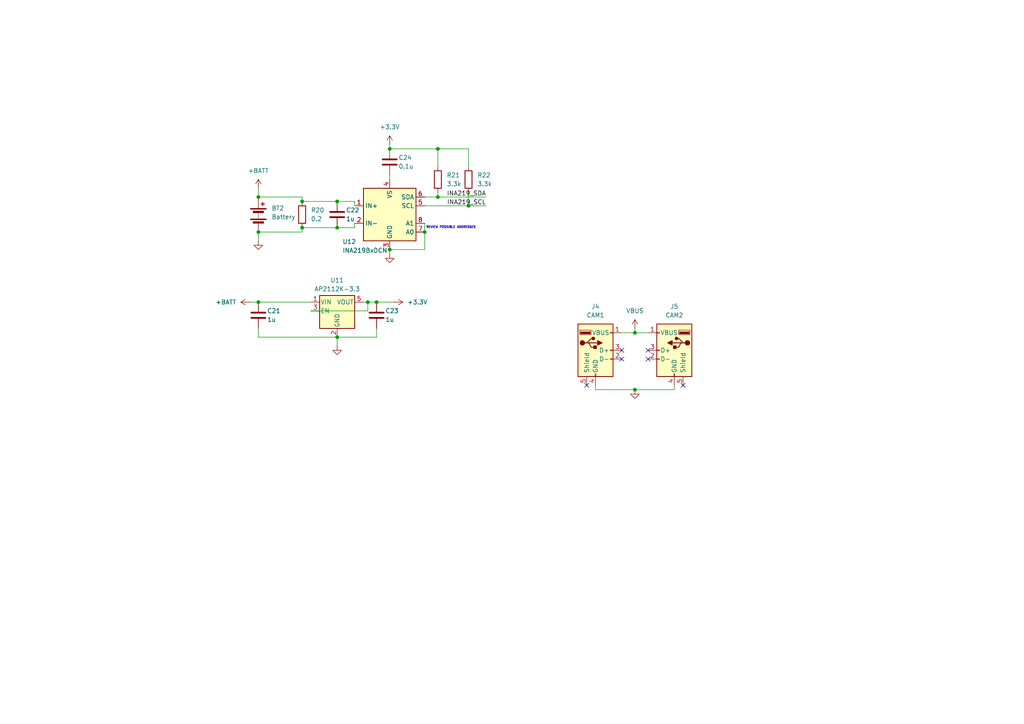
<source format=kicad_sch>
(kicad_sch (version 20250114) (generator "eeschema") (generator_version "9.0")
  (paper "A4")
  (lib_symbols
    (symbol "Connector:USB_A" (pin_names (offset 1.016))
      (property "Reference" "J" (at -5.08 11.43 0))
      (property "Value" "USB_A" (at -5.08 8.89 0))
      (symbol "USB_A_0_1"
        (rectangle (start -5.08 -7.62) (end 5.08 7.62) (stroke (width 0.254)) (fill (type background)))
        (circle (center -3.81 2.159) (radius 0.635) (stroke (width 0.254)) (fill (type outline)))
        (polyline (pts (xy -3.175 2.159) (xy -2.54 2.159) (xy -1.27 3.429) (xy -0.635 3.429)) (stroke (width 0.254)))
        (polyline (pts (xy -2.54 2.159) (xy -1.905 2.159) (xy -1.27 0.889) (xy 0 0.889)) (stroke (width 0.254)))
        (rectangle (start -1.524 4.826) (end -4.318 5.334) (fill (type outline)))
        (rectangle (start -1.27 4.572) (end -4.572 5.842))
        (circle (center -0.635 3.429) (radius 0.381) (stroke (width 0.254)) (fill (type outline)))
        (rectangle (start -0.127 -7.62) (end 0.127 -6.858))
        (rectangle (start 0.254 1.27) (end -0.508 0.508) (stroke (width 0.254)) (fill (type outline)))
        (polyline (pts (xy 0.635 2.794) (xy 0.635 1.524) (xy 1.905 2.159) (xy 0.635 2.794)) (stroke (width 0.254)) (fill (type outline)))
        (rectangle (start 5.08 4.953) (end 4.318 5.207))
        (rectangle (start 5.08 -0.127) (end 4.318 0.127))
        (rectangle (start 5.08 -2.667) (end 4.318 -2.413))
      )
      (symbol "USB_A_1_1"
        (polyline (pts (xy -1.905 2.159) (xy 0.635 2.159)) (stroke (width 0.254)))
        (pin passive line (at -2.54 -10.16 90) (length 2.54) (name "Shield") (number "5"))
        (pin power_in line (at 0 -10.16 90) (length 2.54) (name "GND") (number "4"))
        (pin power_in line (at 7.62 5.08 180) (length 2.54) (name "VBUS") (number "1"))
        (pin bidirectional line (at 7.62 0 180) (length 2.54) (name "D+") (number "3"))
        (pin bidirectional line (at 7.62 -2.54 180) (length 2.54) (name "D-") (number "2"))
      )
    )
    (symbol "Device:Battery" (pin_numbers (hide yes)) (pin_names (offset 0) (hide yes))
      (property "Reference" "BT" (at 2.54 2.54 0))
      (property "Value" "Battery" (at 2.54 0 0))
      (symbol "Battery_0_1"
        (rectangle (start -2.286 1.778) (end 2.286 1.524) (fill (type outline)))
        (rectangle (start -2.286 -1.27) (end 2.286 -1.524) (fill (type outline)))
        (rectangle (start -1.524 1.016) (end 1.524 0.508) (fill (type outline)))
        (rectangle (start -1.524 -2.032) (end 1.524 -2.54) (fill (type outline)))
        (polyline (pts (xy 0 1.778) (xy 0 2.54)))
        (polyline (pts (xy 0 0) (xy 0 0.254)))
        (polyline (pts (xy 0 -0.508) (xy 0 -0.254)))
        (polyline (pts (xy 0 -1.016) (xy 0 -0.762)))
        (polyline (pts (xy 0.762 3.048) (xy 1.778 3.048)) (stroke (width 0.254)))
        (polyline (pts (xy 1.27 3.556) (xy 1.27 2.54)) (stroke (width 0.254)))
      )
      (symbol "Battery_1_1"
        (pin passive line (at 0 5.08 270) (length 2.54) (name "+") (number "1"))
        (pin passive line (at 0 -5.08 90) (length 2.54) (name "-") (number "2"))
      )
    )
    (symbol "Device:C" (pin_numbers (hide yes)) (pin_names (offset 0.254))
      (property "Reference" "C" (at 0.635 2.54 0))
      (property "Value" "C" (at 0.635 -2.54 0))
      (symbol "C_0_1"
        (polyline (pts (xy -2.032 0.762) (xy 2.032 0.762)) (stroke (width 0.508)))
        (polyline (pts (xy -2.032 -0.762) (xy 2.032 -0.762)) (stroke (width 0.508)))
      )
      (symbol "C_1_1"
        (pin passive line (at 0 3.81 270) (length 2.794) (name "~") (number "1"))
        (pin passive line (at 0 -3.81 90) (length 2.794) (name "~") (number "2"))
      )
    )
    (symbol "Device:R" (pin_numbers (hide yes)) (pin_names (offset 0))
      (property "Reference" "R" (at 2.032 0 90))
      (property "Value" "R" (at 0 0 90))
      (symbol "R_0_1"
        (rectangle (start -1.016 -2.54) (end 1.016 2.54) (stroke (width 0.254)))
      )
      (symbol "R_1_1"
        (pin passive line (at 0 3.81 270) (length 1.27) (name "~") (number "1"))
        (pin passive line (at 0 -3.81 90) (length 1.27) (name "~") (number "2"))
      )
    )
    (symbol "Regulator_Linear:AP2112K-3.3" (pin_names (offset 0.254))
      (property "Reference" "U" (at -5.08 5.715 0))
      (property "Value" "AP2112K-3.3" (at 0 5.715 0))
      (symbol "AP2112K-3.3_0_1"
        (rectangle (start -5.08 4.445) (end 5.08 -5.08) (stroke (width 0.254)) (fill (type background)))
      )
      (symbol "AP2112K-3.3_1_1"
        (pin power_in line (at -7.62 2.54 0) (length 2.54) (name "VIN") (number "1"))
        (pin input line (at -7.62 0 0) (length 2.54) (name "EN") (number "3"))
        (pin power_in line (at 0 -7.62 90) (length 2.54) (name "GND") (number "2"))
        (pin no_connect line (at 5.08 0 180) (length 2.54) (hide yes) (name "NC") (number "4"))
        (pin power_out line (at 7.62 2.54 180) (length 2.54) (name "VOUT") (number "5"))
      )
    )
    (symbol "Sensor_Energy:INA219BxDCN"
      (property "Reference" "U" (at -6.35 8.89 0))
      (property "Value" "INA219BxDCN" (at 6.35 8.89 0))
      (symbol "INA219BxDCN_0_1"
        (rectangle (start -7.62 7.62) (end 7.62 -7.62) (stroke (width 0.254)) (fill (type background)))
      )
      (symbol "INA219BxDCN_1_1"
        (pin input line (at -10.16 2.54 0) (length 2.54) (name "IN+") (number "1"))
        (pin input line (at -10.16 -2.54 0) (length 2.54) (name "IN-") (number "2"))
        (pin power_in line (at 0 10.16 270) (length 2.54) (name "VS") (number "4"))
        (pin power_in line (at 0 -10.16 90) (length 2.54) (name "GND") (number "3"))
        (pin bidirectional line (at 10.16 5.08 180) (length 2.54) (name "SDA") (number "6"))
        (pin input line (at 10.16 2.54 180) (length 2.54) (name "SCL") (number "5"))
        (pin input line (at 10.16 -2.54 180) (length 2.54) (name "A1") (number "8"))
        (pin input line (at 10.16 -5.08 180) (length 2.54) (name "A0") (number "7"))
      )
    )
    (symbol "power:+3.3V" (power) (pin_numbers (hide yes)) (pin_names (offset 0) (hide yes))
      (property "Value" "+3.3V" (at 0 3.556 0))
      (symbol "+3.3V_0_1"
        (polyline (pts (xy -0.762 1.27) (xy 0 2.54)))
        (polyline (pts (xy 0 2.54) (xy 0.762 1.27)))
        (polyline (pts (xy 0 0) (xy 0 2.54)))
      )
      (symbol "+3.3V_1_1"
        (pin power_in line (at 0 0 90) (length 0) (name "~") (number "1"))
      )
    )
    (symbol "power:+BATT" (power) (pin_numbers (hide yes)) (pin_names (offset 0) (hide yes))
      (property "Value" "+BATT" (at 0 3.556 0))
      (symbol "+BATT_0_1"
        (polyline (pts (xy -0.762 1.27) (xy 0 2.54)))
        (polyline (pts (xy 0 2.54) (xy 0.762 1.27)))
        (polyline (pts (xy 0 0) (xy 0 2.54)))
      )
      (symbol "+BATT_1_1"
        (pin power_in line (at 0 0 90) (length 0) (name "~") (number "1"))
      )
    )
    (symbol "power:GND" (power) (pin_numbers (hide yes)) (pin_names (offset 0) (hide yes))
      (property "Value" "GND" (at 0 -3.81 0))
      (symbol "GND_0_1"
        (polyline (pts (xy 0 0) (xy 0 -1.27) (xy 1.27 -1.27) (xy 0 -2.54) (xy -1.27 -1.27) (xy 0 -1.27)))
      )
      (symbol "GND_1_1"
        (pin power_in line (at 0 0 270) (length 0) (name "~") (number "1"))
      )
    )
    (symbol "power:VBUS" (power) (pin_numbers (hide yes)) (pin_names (offset 0) (hide yes))
      (property "Value" "VBUS" (at 0 3.556 0))
      (symbol "VBUS_0_1"
        (polyline (pts (xy -0.762 1.27) (xy 0 2.54)))
        (polyline (pts (xy 0 2.54) (xy 0.762 1.27)))
        (polyline (pts (xy 0 0) (xy 0 2.54)))
      )
      (symbol "VBUS_1_1"
        (pin power_in line (at 0 0 90) (length 0) (name "~") (number "1"))
      )
    )
  )
  (text "REVIEW POSSIBLE ADDRESSES\n" (at 130.81 66.04 0) (effects (font (size 0.635 0.635))))
  (junction (at 97.79 97.79))
  (junction (at 127 57.15))
  (junction (at 184.15 113.03))
  (junction (at 135.89 59.69))
  (junction (at 106.68 87.63))
  (junction (at 97.79 58.42))
  (junction (at 109.22 87.63))
  (junction (at 113.03 43.18))
  (junction (at 127 43.18))
  (junction (at 74.93 67.31))
  (junction (at 123.19 67.31))
  (junction (at 87.63 66.04))
  (junction (at 87.63 58.42))
  (junction (at 74.93 87.63))
  (junction (at 113.03 72.39))
  (junction (at 74.93 57.15))
  (junction (at 184.15 96.52))
  (junction (at 97.79 66.04))
  (no_connect (at 180.34 101.6))
  (no_connect (at 180.34 104.14))
  (no_connect (at 187.96 101.6))
  (no_connect (at 187.96 104.14))
  (no_connect (at 170.18 111.76))
  (no_connect (at 198.12 111.76))
  (wire (pts (xy 127 43.18) (xy 113.03 43.18)))
  (wire (pts (xy 109.22 95.25) (xy 109.22 97.79)))
  (wire (pts (xy 195.58 113.03) (xy 184.15 113.03)))
  (wire (pts (xy 123.19 72.39) (xy 113.03 72.39)))
  (wire (pts (xy 87.63 66.04) (xy 87.63 67.31)))
  (wire (pts (xy 105.41 87.63) (xy 106.68 87.63)))
  (wire (pts (xy 87.63 58.42) (xy 97.79 58.42)))
  (wire (pts (xy 113.03 50.8) (xy 113.03 52.07)))
  (wire (pts (xy 184.15 113.03) (xy 172.72 113.03)))
  (wire (pts (xy 102.87 58.42) (xy 97.79 58.42)))
  (wire (pts (xy 97.79 97.79) (xy 97.79 100.33)))
  (wire (pts (xy 74.93 67.31) (xy 74.93 69.85)))
  (wire (pts (xy 123.19 67.31) (xy 123.19 72.39)))
  (wire (pts (xy 135.89 59.69) (xy 140.97 59.69)))
  (wire (pts (xy 135.89 48.26) (xy 135.89 43.18)))
  (wire (pts (xy 102.87 64.77) (xy 102.87 66.04)))
  (wire (pts (xy 97.79 97.79) (xy 74.93 97.79)))
  (wire (pts (xy 74.93 97.79) (xy 74.93 95.25)))
  (wire (pts (xy 102.87 66.04) (xy 97.79 66.04)))
  (wire (pts (xy 172.72 113.03) (xy 172.72 111.76)))
  (wire (pts (xy 184.15 96.52) (xy 187.96 96.52)))
  (wire (pts (xy 74.93 87.63) (xy 90.17 87.63)))
  (wire (pts (xy 87.63 57.15) (xy 74.93 57.15)))
  (wire (pts (xy 109.22 97.79) (xy 97.79 97.79)))
  (wire (pts (xy 184.15 96.52) (xy 184.15 95.25)))
  (wire (pts (xy 90.17 90.17) (xy 106.68 90.17)))
  (wire (pts (xy 87.63 67.31) (xy 74.93 67.31)))
  (wire (pts (xy 113.03 72.39) (xy 113.03 73.66)))
  (wire (pts (xy 127 57.15) (xy 140.97 57.15)))
  (wire (pts (xy 123.19 64.77) (xy 123.19 67.31)))
  (wire (pts (xy 135.89 43.18) (xy 127 43.18)))
  (wire (pts (xy 72.39 87.63) (xy 74.93 87.63)))
  (wire (pts (xy 135.89 59.69) (xy 135.89 55.88)))
  (wire (pts (xy 106.68 87.63) (xy 109.22 87.63)))
  (wire (pts (xy 102.87 59.69) (xy 102.87 58.42)))
  (wire (pts (xy 109.22 87.63) (xy 114.3 87.63)))
  (wire (pts (xy 74.93 54.61) (xy 74.93 57.15)))
  (wire (pts (xy 195.58 111.76) (xy 195.58 113.03)))
  (wire (pts (xy 127 57.15) (xy 127 55.88)))
  (wire (pts (xy 87.63 66.04) (xy 97.79 66.04)))
  (wire (pts (xy 127 48.26) (xy 127 43.18)))
  (wire (pts (xy 123.19 57.15) (xy 127 57.15)))
  (wire (pts (xy 180.34 96.52) (xy 184.15 96.52)))
  (wire (pts (xy 113.03 41.91) (xy 113.03 43.18)))
  (wire (pts (xy 106.68 87.63) (xy 106.68 90.17)))
  (wire (pts (xy 123.19 59.69) (xy 135.89 59.69)))
  (wire (pts (xy 87.63 58.42) (xy 87.63 57.15)))
  (label "INA219_SDA" (at 140.97 57.15 180))
  (label "INA219_SCL" (at 140.97 59.69 180))
  (symbol (lib_id "power:+BATT") (at 72.39 87.63 90) (unit 1)
    (property "Reference" "#PWR042" (effects (hide yes)))
    (property "Value" "+BATT" (at 68.58 87.6299 90) (effects (justify left)))
    (property "Description" "Power symbol creates a global label with name \"+BATT\"" (effects (hide yes)))
  )
  (symbol (lib_id "power:+3.3V") (at 114.3 87.63 270) (unit 1)
    (property "Reference" "#PWR048" (effects (hide yes)))
    (property "Value" "+3.3V" (at 118.11 87.6299 90) (effects (justify left)))
    (property "Description" "Power symbol creates a global label with name \"+3.3V\"" (effects (hide yes)))
  )
  (symbol (lib_id "power:+BATT") (at 74.93 54.61 0) (unit 1)
    (property "Reference" "#PWR043" (effects (hide yes)))
    (property "Value" "+BATT" (at 74.93 49.53 0))
    (property "Description" "Power symbol creates a global label with name \"+BATT\"" (effects (hide yes)))
  )
  (symbol (lib_id "Device:R") (at 127 52.07 0) (unit 1)
    (property "Reference" "R21" (at 129.54 50.7999 0) (effects (justify left)))
    (property "Value" "3.3k" (at 129.54 53.3399 0) (effects (justify left)))
    (property "Description" "Resistor" (effects (hide yes)))
  )
  (symbol (lib_id "Device:R") (at 135.89 52.07 0) (unit 1)
    (property "Reference" "R22" (at 138.43 50.7999 0) (effects (justify left)))
    (property "Value" "3.3k" (at 138.43 53.3399 0) (effects (justify left)))
    (property "Description" "Resistor" (effects (hide yes)))
  )
  (symbol (lib_id "Device:C") (at 74.93 91.44 0) (unit 1)
    (property "Reference" "C21" (at 77.47 90.17 0) (effects (justify left)))
    (property "Value" "1u" (at 77.47 92.71 0) (effects (justify left)))
    (property "Description" "Unpolarized capacitor" (effects (hide yes)))
  )
  (symbol (lib_id "Connector:USB_A") (at 172.72 101.6 0) (unit 1)
    (property "Reference" "J4" (at 172.72 88.9 0))
    (property "Value" "CAM1" (at 172.72 91.44 0))
    (property "Description" "USB Type A connector" (effects (hide yes)))
  )
  (symbol (lib_id "Device:R") (at 87.63 62.23 0) (unit 1)
    (property "Reference" "R20" (at 90.17 60.9599 0) (effects (justify left)))
    (property "Value" "0.2" (at 90.17 63.4999 0) (effects (justify left)))
    (property "Description" "Resistor" (effects (hide yes)))
  )
  (symbol (lib_id "power:VBUS") (at 184.15 95.25 0) (unit 1)
    (property "Reference" "#PWR029" (effects (hide yes)))
    (property "Value" "VBUS" (at 184.15 90.17 0))
    (property "Description" "Power symbol creates a global label with name \"VBUS\"" (effects (hide yes)))
  )
  (symbol (lib_id "Device:C") (at 113.03 46.99 0) (unit 1)
    (property "Reference" "C24" (at 115.57 45.72 0) (effects (justify left)))
    (property "Value" "0.1u" (at 115.57 48.26 0) (effects (justify left)))
    (property "Description" "Unpolarized capacitor" (effects (hide yes)))
  )
  (symbol (lib_id "power:GND") (at 74.93 69.85 0) (mirror y) (unit 1)
    (property "Reference" "#PWR044" (effects (hide yes)))
    (property "Value" "GND" (effects (hide yes)))
    (property "Description" "Power symbol creates a global label with name \"GND\" , ground" (effects (hide yes)))
  )
  (symbol (lib_id "power:GND") (at 97.79 100.33 0) (mirror y) (unit 1)
    (property "Reference" "#PWR045" (effects (hide yes)))
    (property "Value" "GND" (effects (hide yes)))
    (property "Description" "Power symbol creates a global label with name \"GND\" , ground" (effects (hide yes)))
  )
  (symbol (lib_id "power:GND") (at 113.03 73.66 0) (mirror y) (unit 1)
    (property "Reference" "#PWR047" (effects (hide yes)))
    (property "Value" "GND" (effects (hide yes)))
    (property "Description" "Power symbol creates a global label with name \"GND\" , ground" (effects (hide yes)))
  )
  (symbol (lib_id "Regulator_Linear:AP2112K-3.3") (at 97.79 90.17 0) (unit 1)
    (property "Reference" "U11" (at 97.79 81.28 0))
    (property "Value" "AP2112K-3.3" (at 97.79 83.82 0))
    (property "Footprint" "Package_TO_SOT_SMD:SOT-23-5" (effects (hide yes)))
    (property "Datasheet" "https://www.diodes.com/assets/Datasheets/AP2112.pdf" (effects (hide yes)))
    (property "Description" "600mA low dropout linear regulator, with enable pin, 3.8V-6V input voltage range, 3.3V fixed positive output, SOT-23-5" (effects (hide yes)))
  )
  (symbol (lib_id "Device:Battery") (at 74.93 62.23 0) (unit 1)
    (property "Reference" "BT2" (at 78.74 60.3884 0) (effects (justify left)))
    (property "Value" "Battery" (at 78.74 62.9284 0) (effects (justify left)))
    (property "Description" "Multiple-cell battery" (effects (hide yes)))
  )
  (symbol (lib_id "Device:C") (at 109.22 91.44 0) (unit 1)
    (property "Reference" "C23" (at 111.76 90.17 0) (effects (justify left)))
    (property "Value" "1u" (at 111.76 92.71 0) (effects (justify left)))
    (property "Description" "Unpolarized capacitor" (effects (hide yes)))
  )
  (symbol (lib_id "power:GND") (at 184.15 113.03 0) (mirror y) (unit 1)
    (property "Reference" "#PWR030" (effects (hide yes)))
    (property "Value" "GND" (effects (hide yes)))
    (property "Description" "Power symbol creates a global label with name \"GND\" , ground" (effects (hide yes)))
  )
  (symbol (lib_id "Sensor_Energy:INA219BxDCN") (at 113.03 62.23 0) (unit 1)
    (property "Reference" "U12" (at 99.314 70.104 0) (effects (justify left)))
    (property "Value" "INA219BxDCN" (at 99.314 72.644 0) (effects (justify left)))
    (property "Footprint" "Package_TO_SOT_SMD:SOT-23-8" (effects (hide yes)))
    (property "Datasheet" "http://www.ti.com/lit/ds/symlink/ina219.pdf" (effects (hide yes)))
    (property "Description" "Zero-Drift, HighAccuracy, Bidirectional Current/Power Monitor (0-26V) With I2C Interface, SOT-23-8" (effects (hide yes)))
  )
  (symbol (lib_id "Device:C") (at 97.79 62.23 0) (unit 1)
    (property "Reference" "C22" (at 100.33 60.96 0) (effects (justify left)))
    (property "Value" "1u" (at 100.33 63.5 0) (effects (justify left)))
    (property "Description" "Unpolarized capacitor" (effects (hide yes)))
  )
  (symbol (lib_id "Connector:USB_A") (at 195.58 101.6 0) (mirror y) (unit 1)
    (property "Reference" "J5" (at 195.58 88.9 0))
    (property "Value" "CAM2" (at 195.58 91.44 0))
    (property "Description" "USB Type A connector" (effects (hide yes)))
  )
  (symbol (lib_id "power:+3.3V") (at 113.03 41.91 0) (unit 1)
    (property "Reference" "#PWR046" (effects (hide yes)))
    (property "Value" "+3.3V" (at 113.03 36.83 0))
    (property "Description" "Power symbol creates a global label with name \"+3.3V\"" (effects (hide yes)))
  )
)
</source>
